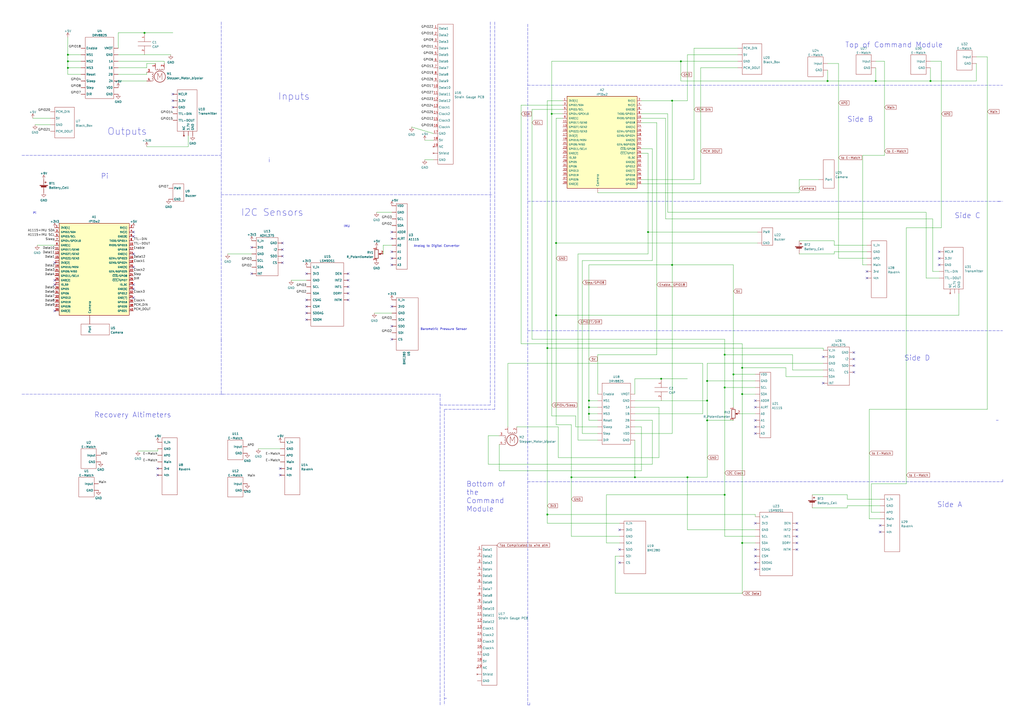
<source format=kicad_sch>
(kicad_sch (version 20211123) (generator eeschema)
  (paper "A2")
  (title_block (title "Xenia 1 Rocket Schematic"))
  (junction (at 39.37 39.37))
  (junction (at 811.53 210.82))
  (junction (at 430.53 314.96))
  (junction (at 410.21 220.98))
  (junction (at 341.63 240.03))
  (junction (at 815.34 149.86))
  (junction (at 808.99 147.32))
  (junction (at 885.19 339.09))
  (junction (at 889 293.37))
  (junction (at 430.53 228.6))
  (junction (at 808.99 129.54))
  (junction (at 320.04 66.04))
  (junction (at 985.52 273.05))
  (junction (at 322.58 182.88))
  (junction (at 956.31 298.45))
  (junction (at 331.47 276.86))
  (junction (at 820.42 316.23))
  (junction (at 375.92 134.62))
  (junction (at 420.37 224.79))
  (junction (at 317.5 201.93))
  (junction (at 820.42 320.04))
  (junction (at 420.37 287.02))
  (junction (at 389.89 58.42))
  (junction (at 811.53 132.08))
  (junction (at 815.34 124.46))
  (junction (at 811.53 243.84))
  (junction (at 820.42 323.85))
  (junction (at 420.37 205.74))
  (junction (at 368.3 276.86))
  (junction (at 410.21 232.41))
  (junction (at 814.07 121.92))
  (junction (at 539.75 46.99))
  (junction (at 480.06 46.99))
  (junction (at 939.8 312.42))
  (junction (at 1184.91 273.05))
  (junction (at 341.63 232.41))
  (junction (at 889 312.42))
  (junction (at 410.21 243.84))
  (junction (at 322.58 140.97))
  (junction (at 508 46.99))
  (junction (at 899.16 132.08))
  (junction (at 811.53 273.05))
  (junction (at 317.5 298.45))
  (junction (at 1192.53 132.08))
  (junction (at 430.53 213.36))
  (junction (at 394.97 35.56))
  (junction (at 811.53 157.48))
  (junction (at 889 179.07))
  (junction (at 913.13 297.18))
  (junction (at 39.37 31.75))
  (junction (at 952.5 300.99))
  (junction (at 885.19 297.18))
  (junction (at 39.37 35.56))
  (junction (at 814.07 152.4))
  (junction (at 383.54 219.71))
  (junction (at 389.89 153.67))
  (junction (at 425.45 217.17))
  (junction (at 398.78 276.86))
  (junction (at 878.84 237.49))
  (junction (at 83.82 19.05))
  (junction (at 341.63 236.22))
  (no_connect (at 438.15 251.46))
  (no_connect (at 438.15 247.65))
  (no_connect (at 438.15 243.84))
  (no_connect (at 438.15 232.41))
  (no_connect (at 438.15 303.53))
  (no_connect (at 438.15 318.77))
  (no_connect (at 359.41 307.34))
  (no_connect (at 359.41 326.39))
  (no_connect (at 359.41 318.77))
  (no_connect (at 438.15 236.22))
  (no_connect (at 438.15 322.58))
  (no_connect (at 438.15 326.39))
  (no_connect (at 438.15 330.2))
  (no_connect (at 462.28 303.53))
  (no_connect (at 462.28 307.34))
  (no_connect (at 462.28 311.15))
  (no_connect (at 462.28 314.96))
  (no_connect (at 462.28 318.77))
  (no_connect (at 510.54 304.8))
  (no_connect (at 510.54 308.61))
  (no_connect (at 544.83 146.05))
  (no_connect (at 544.83 149.86))
  (no_connect (at 544.83 153.67))
  (no_connect (at 495.3 204.47))
  (no_connect (at 177.8 173.99))
  (no_connect (at 177.8 177.8))
  (no_connect (at 177.8 185.42))
  (no_connect (at 177.8 181.61))
  (no_connect (at 177.8 158.75))
  (no_connect (at 201.93 158.75))
  (no_connect (at 201.93 162.56))
  (no_connect (at 201.93 166.37))
  (no_connect (at 201.93 170.18))
  (no_connect (at 201.93 173.99))
  (no_connect (at 1005.84 330.2))
  (no_connect (at 1005.84 337.82))
  (no_connect (at 816.61 95.25))
  (no_connect (at 816.61 110.49))
  (no_connect (at 908.05 111.76))
  (no_connect (at 908.05 123.19))
  (no_connect (at 908.05 119.38))
  (no_connect (at 908.05 115.57))
  (no_connect (at 908.05 96.52))
  (no_connect (at 932.18 96.52))
  (no_connect (at 932.18 107.95))
  (no_connect (at 932.18 111.76))
  (no_connect (at 932.18 100.33))
  (no_connect (at 932.18 104.14))
  (no_connect (at 146.05 158.75))
  (no_connect (at 146.05 143.51))
  (no_connect (at 77.47 147.32))
  (no_connect (at 77.47 154.94))
  (no_connect (at 227.33 134.62))
  (no_connect (at 227.33 138.43))
  (no_connect (at 77.47 134.62))
  (no_connect (at 77.47 137.16))
  (no_connect (at 502.92 157.48))
  (no_connect (at 502.92 161.29))
  (no_connect (at 873.76 187.96))
  (no_connect (at 100.33 62.23))
  (no_connect (at 100.33 58.42))
  (no_connect (at 100.33 54.61))
  (no_connect (at 162.56 275.59))
  (no_connect (at 162.56 271.78))
  (no_connect (at 91.44 271.78))
  (no_connect (at 91.44 275.59))
  (no_connect (at 495.3 215.9))
  (no_connect (at 477.52 222.25))
  (no_connect (at 477.52 207.01))
  (no_connect (at 163.83 140.97))
  (no_connect (at 163.83 144.78))
  (no_connect (at 163.83 148.59))
  (no_connect (at 163.83 152.4))
  (no_connect (at 495.3 208.28))
  (no_connect (at 495.3 212.09))
  (no_connect (at 873.76 152.4))
  (no_connect (at 873.76 149.86))
  (no_connect (at 828.04 177.8))
  (no_connect (at 873.76 180.34))
  (no_connect (at 873.76 170.18))
  (no_connect (at 828.04 180.34))
  (no_connect (at 873.76 182.88))
  (no_connect (at 828.04 195.58))
  (no_connect (at 828.04 167.64))
  (no_connect (at 873.76 162.56))
  (no_connect (at 227.33 146.05))
  (no_connect (at 227.33 149.86))
  (no_connect (at 227.33 153.67))
  (no_connect (at 227.33 189.23))
  (no_connect (at 227.33 196.85))
  (no_connect (at 227.33 177.8))
  (no_connect (at 960.12 331.47))
  (no_connect (at 960.12 327.66))
  (no_connect (at 974.09 241.3))
  (no_connect (at 974.09 245.11))
  (no_connect (at 974.09 248.92))
  (no_connect (at 1032.51 114.3))
  (no_connect (at 1032.51 118.11))
  (no_connect (at 960.12 339.09))
  (no_connect (at 1040.13 250.19))
  (no_connect (at 1040.13 254))
  (no_connect (at 960.12 342.9))
  (no_connect (at 1005.84 318.77))
  (no_connect (at 960.12 346.71))
  (no_connect (at 834.39 104.14))
  (no_connect (at 834.39 100.33))
  (no_connect (at 834.39 96.52))
  (no_connect (at 834.39 92.71))
  (no_connect (at 77.47 165.1))
  (no_connect (at 77.47 167.64))
  (no_connect (at 77.47 172.72))
  (no_connect (at 31.75 165.1))
  (no_connect (at 31.75 152.4))
  (no_connect (at 31.75 180.34))
  (no_connect (at 31.75 162.56))
  (wire (pts (xy 849.63 331.47) (xy 852.17 331.47)))
  (polyline (pts (xy 255.27 228.6) (xy 255.27 234.95)))
  (wire (pts (xy 1182.37 299.72) (xy 1182.37 276.86)))
  (wire (pts (xy 1193.8 186.69) (xy 915.67 186.69)))
  (wire (pts (xy 939.8 312.42) (xy 960.12 312.42)))
  (wire (pts (xy 39.37 35.56) (xy 46.99 35.56)))
  (wire (pts (xy 410.21 210.82) (xy 410.21 220.98)))
  (wire (pts (xy 283.21 269.24) (xy 378.46 269.24)))
  (wire (pts (xy 341.63 236.22) (xy 341.63 232.41)))
  (wire (pts (xy 1032.51 96.52) (xy 1032.51 99.06)))
  (wire (pts (xy 322.58 182.88) (xy 322.58 246.38)))
  (wire (pts (xy 483.87 139.7) (xy 483.87 142.24)))
  (wire (pts (xy 885.19 297.18) (xy 811.53 297.18)))
  (wire (pts (xy 383.54 219.71) (xy 398.78 219.71)))
  (wire (pts (xy 1184.91 257.81) (xy 1193.8 257.81)))
  (wire (pts (xy 222.25 142.24) (xy 222.25 147.32)))
  (wire (pts (xy 1198.88 140.97) (xy 1158.24 140.97)))
  (polyline (pts (xy 156.21 93.98) (xy 156.21 91.44)))
  (wire (pts (xy 109.22 78.74) (xy 109.22 85.09)))
  (wire (pts (xy 95.25 35.56) (xy 95.25 36.83)))
  (wire (pts (xy 1005.84 295.91) (xy 808.99 295.91)))
  (wire (pts (xy 378.46 243.84) (xy 368.3 243.84)))
  (wire (pts (xy 525.78 132.08) (xy 525.78 280.67)))
  (wire (pts (xy 508 46.99) (xy 539.75 46.99)))
  (wire (pts (xy 1038.86 234.95) (xy 1038.86 231.14)))
  (wire (pts (xy 375.92 134.62) (xy 439.42 134.62)))
  (wire (pts (xy 308.61 63.5) (xy 326.39 63.5)))
  (wire (pts (xy 372.11 71.12) (xy 381 71.12)))
  (wire (pts (xy 1196.34 133.35) (xy 1196.34 116.84)))
  (wire (pts (xy 39.37 31.75) (xy 46.99 31.75)))
  (wire (pts (xy 398.78 307.34) (xy 398.78 276.86)))
  (wire (pts (xy 857.25 323.85) (xy 857.25 358.14)))
  (wire (pts (xy 168.91 162.56) (xy 177.8 162.56)))
  (wire (pts (xy 849.63 327.66) (xy 854.71 327.66)))
  (wire (pts (xy 351.79 314.96) (xy 351.79 287.02)))
  (wire (pts (xy 1026.16 133.35) (xy 1196.34 133.35)))
  (wire (pts (xy 438.15 298.45) (xy 438.15 299.72)))
  (wire (pts (xy 294.64 210.82) (xy 407.67 210.82)))
  (wire (pts (xy 1038.86 231.14) (xy 1019.81 231.14)))
  (polyline (pts (xy 284.48 12.7) (xy 284.48 234.95)))
  (wire (pts (xy 480.06 36.83) (xy 486.41 36.83)))
  (wire (pts (xy 410.21 232.41) (xy 410.21 243.84)))
  (wire (pts (xy 341.63 240.03) (xy 346.71 240.03)))
  (wire (pts (xy 1032.51 106.68) (xy 1026.16 106.68)))
  (wire (pts (xy 322.58 140.97) (xy 322.58 182.88)))
  (wire (pts (xy 386.08 68.58) (xy 386.08 127)))
  (wire (pts (xy 302.26 199.39) (xy 302.26 60.96)))
  (wire (pts (xy 222.25 142.24) (xy 227.33 142.24)))
  (wire (pts (xy 410.21 243.84) (xy 410.21 276.86)))
  (wire (pts (xy 39.37 31.75) (xy 39.37 35.56)))
  (wire (pts (xy 883.92 160.02) (xy 883.92 290.83)))
  (polyline (pts (xy 731.52 219.71) (xy 1140.46 219.71)))
  (wire (pts (xy 1162.05 182.88) (xy 1193.8 182.88)))
  (wire (pts (xy 849.63 316.23) (xy 862.33 316.23)))
  (wire (pts (xy 1192.53 132.08) (xy 1192.53 137.16)))
  (wire (pts (xy 322.58 246.38) (xy 331.47 246.38)))
  (wire (pts (xy 491.49 294.64) (xy 471.17 294.64)))
  (wire (pts (xy 346.71 255.27) (xy 335.28 255.27)))
  (wire (pts (xy 541.02 127) (xy 541.02 157.48)))
  (wire (pts (xy 294.64 247.65) (xy 294.64 210.82)))
  (wire (pts (xy 982.98 266.7) (xy 1007.11 266.7)))
  (wire (pts (xy 1158.24 140.97) (xy 1158.24 134.62)))
  (wire (pts (xy 341.63 153.67) (xy 389.89 153.67)))
  (wire (pts (xy 420.37 196.85) (xy 420.37 205.74)))
  (wire (pts (xy 427.99 35.56) (xy 394.97 35.56)))
  (wire (pts (xy 326.39 58.42) (xy 317.5 58.42)))
  (wire (pts (xy 85.09 85.09) (xy 109.22 85.09)))
  (wire (pts (xy 407.67 240.03) (xy 368.3 240.03)))
  (wire (pts (xy 368.3 219.71) (xy 368.3 228.6)))
  (wire (pts (xy 334.01 247.65) (xy 346.71 247.65)))
  (wire (pts (xy 878.84 347.98) (xy 828.04 347.98)))
  (wire (pts (xy 491.49 287.02) (xy 491.49 289.56)))
  (wire (pts (xy 39.37 43.18) (xy 46.99 43.18)))
  (wire (pts (xy 68.58 46.99) (xy 85.09 46.99)))
  (wire (pts (xy 1036.32 246.38) (xy 1040.13 246.38)))
  (wire (pts (xy 828.04 331.47) (xy 822.96 331.47)))
  (wire (pts (xy 857.25 323.85) (xy 849.63 323.85)))
  (wire (pts (xy 889 121.92) (xy 889 104.14)))
  (wire (pts (xy 1182.37 276.86) (xy 1036.32 276.86)))
  (wire (pts (xy 375.92 134.62) (xy 375.92 88.9)))
  (polyline (pts (xy 128.27 196.85) (xy 128.27 228.6)))
  (wire (pts (xy 873.76 175.26) (xy 881.38 175.26)))
  (wire (pts (xy 820.42 323.85) (xy 828.04 323.85)))
  (polyline (pts (xy 579.12 116.84) (xy 581.66 116.84)))
  (wire (pts (xy 985.52 265.43) (xy 985.52 273.05)))
  (wire (pts (xy 346.71 251.46) (xy 337.82 251.46)))
  (wire (pts (xy 1158.24 134.62) (xy 1029.97 134.62)))
  (wire (pts (xy 811.53 210.82) (xy 1162.05 210.82)))
  (wire (pts (xy 854.71 312.42) (xy 854.71 303.53)))
  (wire (pts (xy 356.87 344.17) (xy 356.87 322.58)))
  (wire (pts (xy 246.38 81.28) (xy 251.46 81.28)))
  (wire (pts (xy 483.87 146.05) (xy 483.87 147.32)))
  (wire (pts (xy 1192.53 113.03) (xy 1197.61 113.03)))
  (wire (pts (xy 873.76 157.48) (xy 891.54 157.48)))
  (wire (pts (xy 541.02 157.48) (xy 544.83 157.48)))
  (wire (pts (xy 39.37 39.37) (xy 46.99 39.37)))
  (wire (pts (xy 816.61 106.68) (xy 815.34 106.68)))
  (wire (pts (xy 99.06 31.75) (xy 68.58 31.75)))
  (wire (pts (xy 1005.84 314.96) (xy 1005.84 295.91)))
  (wire (pts (xy 341.63 243.84) (xy 341.63 240.03)))
  (polyline (pts (xy 306.07 191.77) (xy 581.66 191.77)))
  (wire (pts (xy 378.46 269.24) (xy 378.46 243.84)))
  (wire (pts (xy 407.67 210.82) (xy 407.67 240.03)))
  (wire (pts (xy 894.08 129.54) (xy 894.08 92.71)))
  (wire (pts (xy 873.76 160.02) (xy 883.92 160.02)))
  (wire (pts (xy 420.37 287.02) (xy 420.37 311.15)))
  (wire (pts (xy 811.53 273.05) (xy 985.52 273.05)))
  (wire (pts (xy 382.27 236.22) (xy 368.3 236.22)))
  (wire (pts (xy 410.21 220.98) (xy 410.21 232.41)))
  (wire (pts (xy 80.01 261.62) (xy 91.44 261.62)))
  (wire (pts (xy 341.63 236.22) (xy 341.63 240.03)))
  (wire (pts (xy 68.58 27.94) (xy 68.58 19.05)))
  (wire (pts (xy 438.15 220.98) (xy 410.21 220.98)))
  (polyline (pts (xy 255.27 408.94) (xy 255.27 234.95)))
  (wire (pts (xy 811.53 132.08) (xy 811.53 99.06)))
  (wire (pts (xy 1032.51 267.97) (xy 1193.8 267.97)))
  (polyline (pts (xy 255.27 234.95) (xy 284.48 234.95)))
  (wire (pts (xy 430.53 344.17) (xy 356.87 344.17)))
  (wire (pts (xy 500.38 153.67) (xy 500.38 90.17)))
  (wire (pts (xy 438.15 307.34) (xy 398.78 307.34)))
  (wire (pts (xy 828.04 335.28) (xy 825.5 335.28)))
  (wire (pts (xy 372.11 66.04) (xy 387.35 66.04)))
  (wire (pts (xy 289.56 273.05) (xy 372.11 273.05)))
  (wire (pts (xy 398.78 276.86) (xy 410.21 276.86)))
  (wire (pts (xy 1036.32 276.86) (xy 1036.32 246.38)))
  (wire (pts (xy 85.09 36.83) (xy 85.09 39.37)))
  (wire (pts (xy 302.26 60.96) (xy 326.39 60.96)))
  (wire (pts (xy 331.47 276.86) (xy 368.3 276.86)))
  (polyline (pts (xy 1140.46 135.89) (xy 1140.46 133.35)))
  (wire (pts (xy 317.5 303.53) (xy 359.41 303.53)))
  (wire (pts (xy 39.37 21.59) (xy 39.37 31.75)))
  (polyline (pts (xy 287.02 12.7) (xy 287.02 237.49)))
  (wire (pts (xy 811.53 132.08) (xy 899.16 132.08)))
  (wire (pts (xy 132.08 147.32) (xy 146.05 147.32)))
  (wire (pts (xy 322.58 68.58) (xy 322.58 140.97)))
  (polyline (pts (xy 306.07 408.94) (xy 307.34 408.94)))
  (wire (pts (xy 331.47 276.86) (xy 331.47 311.15)))
  (wire (pts (xy 429.26 240.03) (xy 438.15 240.03)))
  (wire (pts (xy 406.4 39.37) (xy 406.4 106.68)))
  (wire (pts (xy 372.11 247.65) (xy 368.3 247.65)))
  (wire (pts (xy 375.92 88.9) (xy 372.11 88.9)))
  (wire (pts (xy 854.71 303.53) (xy 862.33 303.53)))
  (wire (pts (xy 1040.13 242.57) (xy 1032.51 242.57)))
  (wire (pts (xy 815.34 300.99) (xy 815.34 149.86)))
  (wire (pts (xy 218.44 123.19) (xy 227.33 123.19)))
  (wire (pts (xy 849.63 312.42) (xy 854.71 312.42)))
  (wire (pts (xy 537.21 123.19) (xy 537.21 161.29)))
  (wire (pts (xy 351.79 287.02) (xy 420.37 287.02)))
  (wire (pts (xy 1192.53 132.08) (xy 1192.53 113.03)))
  (wire (pts (xy 368.3 255.27) (xy 368.3 276.86)))
  (wire (pts (xy 814.07 102.87) (xy 814.07 121.92)))
  (wire (pts (xy 650.24 361.95) (xy 859.79 361.95)))
  (wire (pts (xy 915.67 195.58) (xy 873.76 195.58)))
  (polyline (pts (xy 306.07 49.53) (xy 581.66 49.53)))
  (wire (pts (xy 539.75 46.99) (xy 566.42 46.99)))
  (wire (pts (xy 356.87 322.58) (xy 359.41 322.58)))
  (wire (pts (xy 406.4 106.68) (xy 372.11 106.68)))
  (wire (pts (xy 878.84 237.49) (xy 878.84 347.98)))
  (wire (pts (xy 952.5 300.99) (xy 952.5 323.85)))
  (polyline (pts (xy 581.66 278.13) (xy 581.66 279.4)))
  (wire (pts (xy 889 293.37) (xy 889 179.07)))
  (wire (pts (xy 382.27 265.43) (xy 382.27 236.22)))
  (wire (pts (xy 322.58 140.97) (xy 439.42 140.97)))
  (wire (pts (xy 1032.51 242.57) (xy 1032.51 267.97)))
  (wire (pts (xy 1019.81 238.76) (xy 1040.13 238.76)))
  (wire (pts (xy 480.06 46.99) (xy 508 46.99)))
  (wire (pts (xy 491.49 293.37) (xy 491.49 294.64)))
  (wire (pts (xy 420.37 205.74) (xy 420.37 224.79)))
  (wire (pts (xy 849.63 335.28) (xy 889 335.28)))
  (wire (pts (xy 455.93 218.44) (xy 455.93 213.36)))
  (wire (pts (xy 878.84 177.8) (xy 878.84 237.49)))
  (wire (pts (xy 1040.13 234.95) (xy 1038.86 234.95)))
  (wire (pts (xy 477.52 210.82) (xy 410.21 210.82)))
  (wire (pts (xy 913.13 297.18) (xy 885.19 297.18)))
  (wire (pts (xy 149.86 260.35) (xy 162.56 260.35)))
  (wire (pts (xy 283.21 252.73) (xy 283.21 269.24)))
  (wire (pts (xy 652.78 358.14) (xy 857.25 358.14)))
  (wire (pts (xy 326.39 68.58) (xy 322.58 68.58)))
  (wire (pts (xy 430.53 228.6) (xy 438.15 228.6)))
  (wire (pts (xy 477.52 218.44) (xy 455.93 218.44)))
  (wire (pts (xy 500.38 90.17) (xy 513.08 90.17)))
  (wire (pts (xy 504.19 300.99) (xy 504.19 237.49)))
  (wire (pts (xy 430.53 199.39) (xy 302.26 199.39)))
  (wire (pts (xy 402.59 104.14) (xy 372.11 104.14)))
  (wire (pts (xy 381 71.12) (xy 381 205.74)))
  (wire (pts (xy 814.07 121.92) (xy 814.07 152.4)))
  (wire (pts (xy 659.13 350.52) (xy 852.17 350.52)))
  (wire (pts (xy 504.19 237.49) (xy 572.77 237.49)))
  (wire (pts (xy 889 312.42) (xy 889 293.37)))
  (wire (pts (xy 430.53 314.96) (xy 430.53 344.17)))
  (wire (pts (xy 873.76 177.8) (xy 878.84 177.8)))
  (wire (pts (xy 816.61 102.87) (xy 814.07 102.87)))
  (wire (pts (xy 889 335.28) (xy 889 312.42)))
  (wire (pts (xy 68.58 19.05) (xy 83.82 19.05)))
  (wire (pts (xy 420.37 196.85) (xy 308.61 196.85)))
  (polyline (pts (xy 306.07 116.84) (xy 580.39 116.84)))
  (wire (pts (xy 873.76 193.04) (xy 1158.24 193.04)))
  (wire (pts (xy 889 312.42) (xy 939.8 312.42)))
  (wire (pts (xy 980.44 298.45) (xy 980.44 326.39)))
  (wire (pts (xy 825.5 335.28) (xy 825.5 344.17)))
  (wire (pts (xy 820.42 316.23) (xy 828.04 316.23)))
  (wire (pts (xy 346.71 232.41) (xy 341.63 232.41)))
  (wire (pts (xy 90.17 36.83) (xy 85.09 36.83)))
  (wire (pts (xy 217.17 181.61) (xy 227.33 181.61)))
  (polyline (pts (xy 160.02 113.03) (xy 285.75 113.03)))
  (wire (pts (xy 537.21 161.29) (xy 544.83 161.29)))
  (polyline (pts (xy 306.07 279.4) (xy 581.66 279.4)))
  (wire (pts (xy 463.55 104.14) (xy 474.98 104.14)))
  (wire (pts (xy 308.61 196.85) (xy 308.61 63.5)))
  (wire (pts (xy 372.11 68.58) (xy 386.08 68.58)))
  (wire (pts (xy 334.01 241.3) (xy 334.01 247.65)))
  (wire (pts (xy 621.03 182.88) (xy 655.32 182.88)))
  (wire (pts (xy 854.71 327.66) (xy 854.71 354.33)))
  (wire (pts (xy 982.98 265.43) (xy 982.98 266.7)))
  (wire (pts (xy 655.32 182.88) (xy 655.32 354.33)))
  (wire (pts (xy 1158.24 193.04) (xy 1158.24 175.26)))
  (wire (pts (xy 1005.84 334.01) (xy 975.36 334.01)))
  (wire (pts (xy 808.99 91.44) (xy 816.61 91.44)))
  (polyline (pts (xy 1140.46 73.66) (xy 1140.46 378.46)))
  (wire (pts (xy 389.89 58.42) (xy 372.11 58.42)))
  (wire (pts (xy 952.5 300.99) (xy 815.34 300.99)))
  (wire (pts (xy 477.52 201.93) (xy 477.52 203.2)))
  (wire (pts (xy 975.36 300.99) (xy 952.5 300.99)))
  (wire (pts (xy 828.04 290.83) (xy 828.04 312.42)))
  (wire (pts (xy 650.24 199.39) (xy 650.24 361.95)))
  (wire (pts (xy 438.15 314.96) (xy 430.53 314.96)))
  (wire (pts (xy 320.04 66.04) (xy 320.04 241.3)))
  (wire (pts (xy 822.96 154.94) (xy 828.04 154.94)))
  (wire (pts (xy 91.44 261.62) (xy 91.44 260.35)))
  (wire (pts (xy 889 179.07) (xy 1193.8 179.07)))
  (wire (pts (xy 322.58 182.88) (xy 556.26 182.88)))
  (wire (pts (xy 814.07 121.92) (xy 889 121.92)))
  (wire (pts (xy 881.38 175.26) (xy 881.38 344.17)))
  (wire (pts (xy 621.03 189.23) (xy 621.03 182.88)))
  (wire (pts (xy 427.99 39.37) (xy 406.4 39.37)))
  (wire (pts (xy 317.5 298.45) (xy 317.5 303.53)))
  (wire (pts (xy 378.46 86.36) (xy 372.11 86.36)))
  (wire (pts (xy 486.41 36.83) (xy 486.41 149.86)))
  (wire (pts (xy 956.31 298.45) (xy 814.07 298.45)))
  (wire (pts (xy 572.77 237.49) (xy 572.77 33.02)))
  (wire (pts (xy 1032.51 102.87) (xy 1027.43 102.87)))
  (wire (pts (xy 346.71 111.76) (xy 463.55 111.76)))
  (wire (pts (xy 455.93 213.36) (xy 430.53 213.36)))
  (wire (pts (xy 885.19 297.18) (xy 885.19 339.09)))
  (wire (pts (xy 659.13 189.23) (xy 659.13 350.52)))
  (wire (pts (xy 375.92 147.32) (xy 375.92 134.62)))
  (polyline (pts (xy 128.27 12.7) (xy 128.27 198.12)))
  (wire (pts (xy 20.32 72.39) (xy 29.21 72.39)))
  (wire (pts (xy 980.44 298.45) (xy 956.31 298.45)))
  (wire (pts (xy 331.47 246.38) (xy 331.47 276.86)))
  (wire (pts (xy 510.54 300.99) (xy 504.19 300.99)))
  (wire (pts (xy 808.99 295.91) (xy 808.99 147.32)))
  (wire (pts (xy 1193.8 267.97) (xy 1193.8 261.62)))
  (wire (pts (xy 246.38 92.71) (xy 251.46 92.71)))
  (wire (pts (xy 980.44 326.39) (xy 1005.84 326.39)))
  (polyline (pts (xy 128.27 113.03) (xy 160.02 113.03)))
  (wire (pts (xy 1029.97 134.62) (xy 1029.97 110.49)))
  (wire (pts (xy 463.55 139.7) (xy 483.87 139.7)))
  (wire (pts (xy 894.08 92.71) (xy 908.05 92.71)))
  (wire (pts (xy 1007.11 266.7) (xy 1007.11 265.43)))
  (wire (pts (xy 317.5 201.93) (xy 477.52 201.93)))
  (wire (pts (xy 420.37 311.15) (xy 438.15 311.15)))
  (wire (pts (xy 398.78 58.42) (xy 389.89 58.42)))
  (wire (pts (xy 815.34 149.86) (xy 828.04 149.86)))
  (wire (pts (xy 956.31 298.45) (xy 956.31 320.04)))
  (wire (pts (xy 486.41 149.86) (xy 502.92 149.86)))
  (wire (pts (xy 539.75 39.37) (xy 539.75 46.99)))
  (wire (pts (xy 394.97 35.56) (xy 320.04 35.56)))
  (wire (pts (xy 852.17 331.47) (xy 852.17 350.52)))
  (wire (pts (xy 1027.43 104.14) (xy 1010.92 104.14)))
  (wire (pts (xy 960.12 320.04) (xy 956.31 320.04)))
  (wire (pts (xy 1192.53 137.16) (xy 1198.88 137.16)))
  (wire (pts (xy 811.53 243.84) (xy 894.08 243.84)))
  (wire (pts (xy 389.89 153.67) (xy 389.89 251.46)))
  (wire (pts (xy 323.85 265.43) (xy 382.27 265.43)))
  (wire (pts (xy 368.3 276.86) (xy 398.78 276.86)))
  (wire (pts (xy 68.58 35.56) (xy 95.25 35.56)))
  (wire (pts (xy 1184.91 295.91) (xy 1193.8 295.91)))
  (wire (pts (xy 859.79 361.95) (xy 859.79 320.04)))
  (wire (pts (xy 915.67 186.69) (xy 915.67 195.58)))
  (wire (pts (xy 652.78 194.31) (xy 652.78 358.14)))
  (wire (pts (xy 539.75 35.56) (xy 546.1 35.56)))
  (wire (pts (xy 238.76 73.66) (xy 251.46 77.47)))
  (polyline (pts (xy 732.79 135.89) (xy 1140.46 135.89)))
  (wire (pts (xy 878.84 237.49) (xy 894.08 237.49)))
  (wire (pts (xy 556.26 170.18) (xy 556.26 182.88)))
  (wire (pts (xy 883.92 290.83) (xy 828.04 290.83)))
  (wire (pts (xy 505.46 280.67) (xy 505.46 297.18)))
  (wire (pts (xy 572.77 33.02) (xy 566.42 33.02)))
  (wire (pts (xy 828.04 157.48) (xy 811.53 157.48)))
  (wire (pts (xy 889 104.14) (xy 908.05 104.14)))
  (wire (pts (xy 430.53 213.36) (xy 430.53 199.39)))
  (wire (pts (xy 808.99 129.54) (xy 894.08 129.54)))
  (wire (pts (xy 513.08 90.17) (xy 513.08 35.56)))
  (wire (pts (xy 814.07 152.4) (xy 828.04 152.4)))
  (polyline (pts (xy 307.34 407.67) (xy 307.34 408.94)))
  (wire (pts (xy 811.53 210.82) (xy 811.53 243.84)))
  (wire (pts (xy 886.46 252.73) (xy 974.09 252.73)))
  (wire (pts (xy 502.92 153.67) (xy 500.38 153.67)))
  (wire (pts (xy 989.33 297.18) (xy 913.13 297.18)))
  (polyline (pts (xy 731.52 73.66) (xy 731.52 378.46)))
  (wire (pts (xy 828.04 347.98) (xy 828.04 339.09)))
  (wire (pts (xy 39.37 35.56) (xy 39.37 39.37)))
  (wire (pts (xy 317.5 201.93) (xy 317.5 298.45)))
  (wire (pts (xy 508 39.37) (xy 508 46.99)))
  (wire (pts (xy 1162.05 210.82) (xy 1162.05 182.88)))
  (wire (pts (xy 317.5 298.45) (xy 438.15 298.45)))
  (wire (pts (xy 820.42 323.85) (xy 820.42 327.66)))
  (wire (pts (xy 899.16 100.33) (xy 908.05 100.33)))
  (wire (pts (xy 289.56 252.73) (xy 283.21 252.73)))
  (wire (pts (xy 386.08 127) (xy 541.02 127)))
  (wire (pts (xy 21.59 142.24) (xy 31.75 142.24)))
  (wire (pts (xy 974.09 256.54) (xy 891.54 256.54)))
  (wire (pts (xy 989.33 322.58) (xy 989.33 297.18)))
  (wire (pts (xy 814.07 298.45) (xy 814.07 152.4)))
  (wire (pts (xy 1010.92 96.52) (xy 1032.51 96.52)))
  (wire (pts (xy 1026.16 106.68) (xy 1026.16 133.35)))
  (wire (pts (xy 430.53 314.96) (xy 430.53 228.6)))
  (wire (pts (xy 960.12 323.85) (xy 952.5 323.85)))
  (wire (pts (xy 425.45 217.17) (xy 438.15 217.17)))
  (wire (pts (xy 337.82 251.46) (xy 337.82 151.13)))
  (wire (pts (xy 19.05 68.58) (xy 29.21 68.58)))
  (wire (pts (xy 480.06 40.64) (xy 480.06 46.99)))
  (wire (pts (xy 859.79 320.04) (xy 849.63 320.04)))
  (wire (pts (xy 975.36 300.99) (xy 975.36 334.01)))
  (wire (pts (xy 1184.91 273.05) (xy 1184.91 295.91)))
  (wire (pts (xy 1196.34 116.84) (xy 1197.61 116.84)))
  (wire (pts (xy 505.46 297.18) (xy 510.54 297.18)))
  (wire (pts (xy 631.19 199.39) (xy 650.24 199.39)))
  (wire (pts (xy 891.54 157.48) (xy 891.54 256.54)))
  (wire (pts (xy 320.04 241.3) (xy 334.01 241.3)))
  (wire (pts (xy 873.76 147.32) (xy 889 147.32)))
  (wire (pts (xy 939.8 339.09) (xy 885.19 339.09)))
  (wire (pts (xy 483.87 147.32) (xy 463.55 147.32)))
  (wire (pts (xy 389.89 58.42) (xy 389.89 153.67)))
  (wire (pts (xy 477.52 214.63) (xy 459.74 214.63)))
  (wire (pts (xy 1184.91 273.05) (xy 1184.91 257.81)))
  (wire (pts (xy 491.49 289.56) (xy 510.54 289.56)))
  (wire (pts (xy 299.72 247.65) (xy 323.85 247.65)))
  (wire (pts (xy 546.1 132.08) (xy 525.78 132.08)))
  (wire (pts (xy 815.34 106.68) (xy 815.34 124.46)))
  (wire (pts (xy 317.5 58.42) (xy 317.5 201.93)))
  (wire (pts (xy 904.24 107.95) (xy 904.24 124.46)))
  (polyline (pts (xy 257.81 405.13) (xy 259.08 405.13)))
  (wire (pts (xy 825.5 344.17) (xy 881.38 344.17)))
  (wire (pts (xy 828.04 147.32) (xy 808.99 147.32)))
  (wire (pts (xy 815.34 124.46) (xy 815.34 149.86)))
  (wire (pts (xy 985.52 273.05) (xy 1184.91 273.05)))
  (wire (pts (xy 908.05 107.95) (xy 904.24 107.95)))
  (wire (pts (xy 820.42 320.04) (xy 820.42 323.85)))
  (wire (pts (xy 889 293.37) (xy 820.42 293.37)))
  (wire (pts (xy 381 205.74) (xy 346.71 205.74)))
  (wire (pts (xy 471.17 287.02) (xy 491.49 287.02)))
  (wire (pts (xy 811.53 157.48) (xy 811.53 132.08)))
  (wire (pts (xy 427.99 31.75) (xy 398.78 31.75)))
  (wire (pts (xy 889 147.32) (xy 889 179.07)))
  (wire (pts (xy 943.61 335.28) (xy 960.12 335.28)))
  (wire (pts (xy 459.74 214.63) (xy 459.74 205.74)))
  (wire (pts (xy 335.28 147.32) (xy 375.92 147.32)))
  (wire (pts (xy 820.42 316.23) (xy 820.42 320.04)))
  (wire (pts (xy 289.56 257.81) (xy 289.56 273.05)))
  (wire (pts (xy 420.37 224.79) (xy 420.37 287.02)))
  (wire (pts (xy 368.3 251.46) (xy 389.89 251.46)))
  (wire (pts (xy 410.21 243.84) (xy 425.45 243.84)))
  (wire (pts (xy 359.41 314.96) (xy 351.79 314.96)))
  (wire (pts (xy 368.3 232.41) (xy 410.21 232.41)))
  (wire (pts (xy 320.04 35.56) (xy 320.04 66.04)))
  (wire (pts (xy 323.85 247.65) (xy 323.85 265.43)))
  (wire (pts (xy 626.11 189.23) (xy 659.13 189.23)))
  (polyline (pts (xy 306.07 13.97) (xy 306.07 408.94)))
  (wire (pts (xy 427.99 27.94) (xy 402.59 27.94)))
  (polyline (pts (xy 128.27 228.6) (xy 129.54 228.6)))
  (wire (pts (xy 372.11 273.05) (xy 372.11 247.65)))
  (wire (pts (xy 68.58 43.18) (xy 85.09 43.18)))
  (polyline (pts (xy 1140.46 219.71) (xy 1140.46 220.98)))
  (wire (pts (xy 387.35 66.04) (xy 387.35 123.19)))
  (wire (pts (xy 346.71 243.84) (xy 341.63 243.84)))
  (wire (pts (xy 811.53 99.06) (xy 816.61 99.06)))
  (wire (pts (xy 913.13 316.23) (xy 913.13 297.18)))
  (wire (pts (xy 335.28 255.27) (xy 335.28 147.32)))
  (wire (pts (xy 398.78 31.75) (xy 398.78 58.42)))
  (wire (pts (xy 510.54 293.37) (xy 491.49 293.37)))
  (polyline (pts (xy 731.52 288.29) (xy 1140.46 288.29)))
  (wire (pts (xy 463.55 111.76) (xy 463.55 104.14)))
  (wire (pts (xy 387.35 123.19) (xy 537.21 123.19)))
  (wire (pts (xy 899.16 132.08) (xy 1192.53 132.08)))
  (wire (pts (xy 39.37 39.37) (xy 39.37 43.18)))
  (wire (pts (xy 326.39 66.04) (xy 320.04 66.04)))
  (polyline (pts (xy 12.7 90.17) (xy 128.27 90.17)))
  (wire (pts (xy 513.08 35.56) (xy 508 35.56)))
  (wire (pts (xy 394.97 46.99) (xy 480.06 46.99)))
  (wire (pts (xy 939.8 312.42) (xy 939.8 331.47)))
  (wire (pts (xy 886.46 154.94) (xy 886.46 252.73)))
  (wire (pts (xy 808.99 129.54) (xy 808.99 91.44)))
  (wire (pts (xy 566.42 46.99) (xy 566.42 36.83)))
  (wire (pts (xy 1193.8 299.72) (xy 1182.37 299.72)))
  (wire (pts (xy 346.71 236.22) (xy 341.63 236.22)))
  (wire (pts (xy 854.71 354.33) (xy 655.32 354.33)))
  (wire (pts (xy 346.71 205.74) (xy 346.71 228.6)))
  (wire (pts (xy 960.12 316.23) (xy 913.13 316.23)))
  (wire (pts (xy 525.78 280.67) (xy 505.46 280.67)))
  (wire (pts (xy 425.45 236.22) (xy 425.45 217.17)))
  (polyline (pts (xy 287.02 237.49) (xy 257.81 237.49)))
  (wire (pts (xy 1029.97 110.49) (xy 1032.51 110.49)))
  (wire (pts (xy 1005.84 322.58) (xy 989.33 322.58)))
  (wire (pts (xy 68.58 39.37) (xy 85.09 39.37)))
  (wire (pts (xy 873.76 154.94) (xy 886.46 154.94)))
  (wire (pts (xy 1027.43 102.87) (xy 1027.43 104.14)))
  (wire (pts (xy 402.59 27.94) (xy 402.59 104.14)))
  (wire (pts (xy 459.74 205.74) (xy 420.37 205.74)))
  (wire (pts (xy 631.19 194.31) (xy 652.78 194.31)))
  (wire (pts (xy 820.42 320.04) (xy 828.04 320.04)))
  (polyline (pts (xy 12.7 228.6) (xy 255.27 228.6)))
  (wire (pts (xy 378.46 151.13) (xy 378.46 86.36)))
  (wire (pts (xy 546.1 35.56) (xy 546.1 132.08)))
  (polyline (pts (xy 257.81 237.49) (xy 257.81 408.94)))
  (wire (pts (xy 383.54 219.71) (xy 368.3 219.71)))
  (wire (pts (xy 1158.24 175.26) (xy 1193.8 175.26)))
  (wire (pts (xy 820.42 327.66) (xy 828.04 327.66)))
  (wire (pts (xy 83.82 19.05) (xy 100.33 19.05)))
  (wire (pts (xy 430.53 228.6) (xy 430.53 213.36)))
  (wire (pts (xy 811.53 273.05) (xy 811.53 297.18)))
  (wire (pts (xy 341.63 232.41) (xy 341.63 153.67)))
  (wire (pts (xy 808.99 147.32) (xy 808.99 129.54)))
  (wire (pts (xy 331.47 311.15) (xy 359.41 311.15)))
  (polyline (pts (xy 577.85 243.84) (xy 579.12 243.84)))
  (wire (pts (xy 85.09 43.18) (xy 85.09 41.91)))
  (wire (pts (xy 822.96 331.47) (xy 822.96 154.94)))
  (wire (pts (xy 811.53 157.48) (xy 811.53 210.82)))
  (wire (pts (xy 483.87 142.24) (xy 502.92 142.24)))
  (wire (pts (xy 820.42 293.37) (xy 820.42 316.23)))
  (wire (pts (xy 502.92 146.05) (xy 483.87 146.05)))
  (wire (pts (xy 849.63 339.09) (xy 885.19 339.09)))
  (wire (pts (xy 425.45 153.67) (xy 389.89 153.67)))
  (wire (pts (xy 438.15 224.79) (xy 420.37 224.79)))
  (wire (pts (xy 904.24 124.46) (xy 815.34 124.46)))
  (wire (pts (xy 811.53 243.84) (xy 811.53 273.05)))
  (wire (pts (xy 899.16 132.08) (xy 899.16 100.33)))
  (wire (pts (xy 394.97 35.56) (xy 394.97 46.99)))
  (wire (pts (xy 425.45 217.17) (xy 425.45 153.67)))
  (wire (pts (xy 337.82 151.13) (xy 378.46 151.13)))
  (text "Side B" (at 491.49 71.12 0) (effects (font (size 3 3)) (justify left bottom)))
  (text "IMU" (at 199.39 132.08 0) (effects (font (size 1.27 1.27)) (justify left bottom)))
  (text "Side C" (at 553.72 127 0) (effects (font (size 3 3)) (justify left bottom)))
  (text "Top of Command Module" (at 490.22 27.94 0) (effects (font (size 3 3)) (justify left bottom)))
  (text "Side A" (at 1112.52 86.36 0) (effects (font (size 2 2)) (justify left bottom)))
  (text "Side D" (at 524.51 209.55 0) (effects (font (size 3 3)) (justify left bottom)))
  (text "Top of Avionics Bay" (at 1167.13 83.82 0) (effects (font (size 2 2)) (justify left bottom)))
  (text "Side B" (at 1112.52 144.78 0) (effects (font (size 2 2)) (justify left bottom)))
  (text "Side A" (at 543.56 294.64 0) (effects (font (size 3 3)) (justify left bottom)))
  (text "Pi" (at 19.05 124.46 0) (effects (font (size 1.27 1.27)) (justify left bottom)))
  (text "Inputs" (at 161.29 58.42 0) (effects (font (size 4 4)) (justify left bottom)))
  (text "Side C" (at 1109.98 231.14 0) (effects (font (size 2 2)) (justify left bottom)))
  (text "Recovery Altimeters" (at 54.61 242.57 0) (effects (font (size 3 3)) (justify left bottom)))
  (text "Pi" (at 58.42 104.14 0) (effects (font (size 3 3)) (justify left bottom)))
  (text "I2C Sensors" (at 139.7 125.73 0) (effects (font (size 4 4)) (justify left bottom)))
  (text "Outputs" (at 62.23 78.74 0) (effects (font (size 4 4)) (justify left bottom)))
  (text "Bottom of \nthe\nCommand\nModule" (at 270.51 297.18 0) (effects (font (size 3 3)) (justify left bottom)))
  (text "Barometric Pressure Sensor" (at 243.84 191.77 0) (effects (font (size 1.27 1.27)) (justify left bottom)))
  (text "Side D" (at 1111.25 293.37 0) (effects (font (size 2 2)) (justify left bottom)))
  (text "Analog to Digital Convertor" (at 240.03 143.51 0) (effects (font (size 1.27 1.27)) (justify left bottom)))
  (text "Bottom of Avionics Bay" (at 645.16 102.87 0) (effects (font (size 2 2)) (justify left bottom)))
  (label "PCM_DOUT" (at 77.47 180.34 0))
  (label "DIR" (at 77.47 162.56 0))
  (label "GPIO13" (at 251.46 39.37 180))
  (label "TTL-DOUT" (at 77.47 142.24 0))
  (label "GPIO3" (at 227.33 127 180))
  (label "GPIO22" (at 251.46 16.51 180))
  (label "GPIO2" (at 227.33 193.04 180))
  (label "GPIO25" (at 251.46 66.04 180))
  (label "Data7" (at 31.75 172.72 180))
  (label "GPIO14" (at 100.33 66.04 180))
  (label "GPIO2" (at 177.8 170.18 180))
  (label "A1115+IMU SDA" (at 31.75 134.62 180))
  (label "Main" (at 57.15 280.67 0))
  (label "GPIO10" (at 251.46 20.32 180))
  (label "Step" (at 77.47 160.02 0))
  (label "GPIO2" (at 227.33 130.81 180))
  (label "Data9" (at 31.75 177.8 180))
  (label "GPIO9" (at 251.46 24.13 180))
  (label "GPIO7" (at 97.79 109.22 180))
  (label "APO" (at 143.51 259.08 0))
  (label "Data2" (at 31.75 154.94 180))
  (label "Clock3" (at 77.47 170.18 0))
  (label "Data6" (at 31.75 170.18 180))
  (label "PCM_DIN" (at 77.47 177.8 0))
  (label "GPIO21" (at 29.21 76.2 180))
  (label "GPIO3" (at 177.8 166.37 180))
  (label "APO" (at 58.42 264.16 0))
  (label "Data4" (at 31.75 160.02 180))
  (label "GPIO16" (at 251.46 73.66 180))
  (label "GPIO20" (at 29.21 64.77 180))
  (label "GPIO3" (at 227.33 185.42 180))
  (label "GPIO6" (at 251.46 35.56 180))
  (label "GPIO11" (at 251.46 27.94 180))
  (label "GPIO26" (at 251.46 46.99 180))
  (label "Data3" (at 31.75 157.48 180))
  (label "Sleep" (at 31.75 139.7 180))
  (label "Clock2" (at 77.47 157.48 0))
  (label "E-Match" (at 91.44 264.16 180))
  (label "Data1" (at 31.75 149.86 180))
  (label "GPIO12" (at 251.46 69.85 180))
  (label "Data10" (at 31.75 144.78 180))
  (label "GPIO23" (at 251.46 58.42 180))
  (label "GPIO18" (at 46.99 27.94 180))
  (label "GPIO24" (at 251.46 62.23 180))
  (label "E-Match" (at 162.56 267.97 180))
  (label "GPIO27" (at 251.46 54.61 180))
  (label "A1115+IMU SCL" (at 31.75 137.16 180))
  (label "GPIO3" (at 146.05 151.13 180))
  (label "GPIO8" (at 46.99 50.8 180))
  (label "Clock1" (at 77.47 152.4 0))
  (label "GPIO19" (at 251.46 43.18 180))
  (label "GPIO17" (at 251.46 50.8 180))
  (label "GPIO4" (at 46.99 46.99 180))
  (label "Data8" (at 31.75 175.26 180))
  (label "GPIO2" (at 146.05 154.94 180))
  (label "E-Match" (at 162.56 264.16 180))
  (label "TTL-DIN" (at 77.47 139.7 0))
  (label "Data11" (at 31.75 147.32 180))
  (label "Enable" (at 77.47 144.78 0))
  (label "Clock4" (at 77.47 175.26 0))
  (label "GPIO15" (at 100.33 69.85 180))
  (label "GPIO5" (at 251.46 31.75 180))
  (label "E-Match" (at 91.44 267.97 180))
  (label "GPIO7" (at 46.99 54.61 180))
  (label "Data12" (at 77.47 149.86 0))
  (label "Data5" (at 31.75 167.64 180))
  (label "Main" (at 143.51 276.86 0))
  (global_label "to E-Match" (shape input) (at 513.08 87.63 0) (property "Intersheet References" "${INTERSHEET_REFS}" (effects hide)))
  (global_label "SDA" (shape input) (at 302.26 66.04 0) (property "Intersheet References" "${INTERSHEET_REFS}" (effects hide)))
  (global_label "APO" (shape input) (at 1193.8 267.97 0) (property "Intersheet References" "${INTERSHEET_REFS}" (effects hide)))
  (global_label "GND" (shape input) (at 985.52 269.24 0) (property "Intersheet References" "${INTERSHEET_REFS}" (effects hide)))
  (global_label "Enable" (shape input) (at 883.92 162.56 0) (property "Intersheet References" "${INTERSHEET_REFS}" (effects hide)))
  (global_label "DIR" (shape input) (at 878.84 222.25 0) (property "Intersheet References" "${INTERSHEET_REFS}" (effects hide)))
  (global_label "5V" (shape input) (at 341.63 208.28 0) (property "Intersheet References" "${INTERSHEET_REFS}" (effects hide)))
  (global_label "Main" (shape input) (at 1158.24 137.16 0) (property "Intersheet References" "${INTERSHEET_REFS}" (effects hide)))
  (global_label "to E-Match" (shape input) (at 486.41 91.44 0) (property "Intersheet References" "${INTERSHEET_REFS}" (effects hide)))
  (global_label "Enable, GPIO18" (shape input) (at 381 165.1 0) (property "Intersheet References" "${INTERSHEET_REFS}" (effects hide)))
  (global_label "SDA" (shape input) (at 815.34 142.24 0) (property "Intersheet References" "${INTERSHEET_REFS}" (effects hide)))
  (global_label "PCM DIN" (shape input) (at 402.59 63.5 0) (property "Intersheet References" "${INTERSHEET_REFS}" (effects hide)))
  (global_label "TTL-DOUT" (shape input) (at 891.54 224.79 0) (property "Intersheet References" "${INTERSHEET_REFS}" (effects hide)))
  (global_label "3V3" (shape input) (at 317.5 293.37 0) (property "Intersheet References" "${INTERSHEET_REFS}" (effects hide)))
  (global_label "Step{slash}GPIO8" (shape input) (at 337.82 163.83 0) (property "Intersheet References" "${INTERSHEET_REFS}" (effects hide)))
  (global_label "GND" (shape input) (at 1184.91 279.4 0) (property "Intersheet References" "${INTERSHEET_REFS}" (effects hide)))
  (global_label "to E-Match" (shape input) (at 504.19 262.89 0) (property "Intersheet References" "${INTERSHEET_REFS}" (effects hide)))
  (global_label "GND" (shape input) (at 394.97 43.18 0) (property "Intersheet References" "${INTERSHEET_REFS}" (effects hide)))
  (global_label "GND" (shape input) (at 322.58 149.86 0) (property "Intersheet References" "${INTERSHEET_REFS}" (effects hide)))
  (global_label "I2C Data" (shape input) (at 430.53 344.17 0) (property "Intersheet References" "${INTERSHEET_REFS}" (effects hide)))
  (global_label "GND" (shape input) (at 885.19 322.58 0) (property "Intersheet References" "${INTERSHEET_REFS}" (effects hide)))
  (global_label "5V" (shape input) (at 889 283.21 0) (property "Intersheet References" "${INTERSHEET_REFS}" (effects hide)))
  (global_label "3V3" (shape input) (at 1005.84 299.72 0) (property "Intersheet References" "${INTERSHEET_REFS}" (effects hide)))
  (global_label "GND" (shape input) (at 1162.05 201.93 0) (property "Intersheet References" "${INTERSHEET_REFS}" (effects hide)))
  (global_label "Too Complicated to wire atm" (shape input) (at 288.29 316.23 0) (property "Intersheet References" "${INTERSHEET_REFS}" (effects hide)))
  (global_label "SDA" (shape input) (at 975.36 313.69 0) (property "Intersheet References" "${INTERSHEET_REFS}" (effects hide)))
  (global_label "SCL" (shape input) (at 814.07 279.4 0) (property "Intersheet References" "${INTERSHEET_REFS}" (effects hide)))
  (global_label "APO" (shape input) (at 546.1 66.04 0) (property "Intersheet References" "${INTERSHEET_REFS}" (effects hide)))
  (global_label "PCM DOUT" (shape input) (at 406.4 87.63 0) (property "Intersheet References" "${INTERSHEET_REFS}" (effects hide)))
  (global_label "GND" (shape input) (at 331.47 289.56 0) (property "Intersheet References" "${INTERSHEET_REFS}" (effects hide)))
  (global_label "GPIO4{slash}Sleep" (shape input) (at 320.04 234.95 0) (property "Intersheet References" "${INTERSHEET_REFS}" (effects hide)))
  (global_label "GND" (shape input) (at 410.21 265.43 0) (property "Intersheet References" "${INTERSHEET_REFS}" (effects hide)))
  (global_label "Sleep" (shape input) (at 822.96 234.95 0) (property "Intersheet References" "${INTERSHEET_REFS}" (effects hide)))
  (global_label "Main" (shape input) (at 513.08 62.23 0) (property "Intersheet References" "${INTERSHEET_REFS}" (effects hide)))
  (global_label "GND" (shape input) (at 989.33 308.61 0) (property "Intersheet References" "${INTERSHEET_REFS}" (effects hide)))
  (global_label "Camera" (shape input) (at 463.55 109.22 0) (property "Intersheet References" "${INTERSHEET_REFS}" (effects hide)))
  (global_label "3V3" (shape input) (at 808.99 284.48 0) (property "Intersheet References" "${INTERSHEET_REFS}" (effects hide)))
  (global_label "Main" (shape input) (at 572.77 64.77 0) (property "Intersheet References" "${INTERSHEET_REFS}" (effects hide)))
  (global_label "Main" (shape input) (at 1182.37 295.91 0) (property "Intersheet References" "${INTERSHEET_REFS}" (effects hide)))
  (global_label "TTL-DIN" (shape input) (at 886.46 229.87 0) (property "Intersheet References" "${INTERSHEET_REFS}" (effects hide)))
  (global_label "GND" (shape input) (at 913.13 304.8 0) (property "Intersheet References" "${INTERSHEET_REFS}" (effects hide)))
  (global_label "5V" (shape input) (at 889 149.86 0) (property "Intersheet References" "${INTERSHEET_REFS}" (effects hide)))
  (global_label "to E-Match" (shape input) (at 525.78 275.59 0) (property "Intersheet References" "${INTERSHEET_REFS}" (effects hide)))
  (global_label "5V" (shape input) (at 820.42 307.34 0) (property "Intersheet References" "${INTERSHEET_REFS}" (effects hide)))
  (global_label "SCL" (shape input) (at 814.07 154.94 0) (property "Intersheet References" "${INTERSHEET_REFS}" (effects hide)))
  (global_label "GND" (shape input) (at 1192.53 127 0) (property "Intersheet References" "${INTERSHEET_REFS}" (effects hide)))
  (global_label "3V3" (shape input) (at 808.99 177.8 0) (property "Intersheet References" "${INTERSHEET_REFS}" (effects hide)))
  (global_label "Step" (shape input) (at 881.38 185.42 0) (property "Intersheet References" "${INTERSHEET_REFS}" (effects hide)))
  (global_label "SDA" (shape input) (at 815.34 229.87 0) (property "Intersheet References" "${INTERSHEET_REFS}" (effects hide)))
  (global_label "APO" (shape input) (at 1196.34 132.08 0) (property "Intersheet References" "${INTERSHEET_REFS}" (effects hide)))
  (global_label "GPIO27{slash}DIR" (shape input) (at 335.28 186.69 0) (property "Intersheet References" "${INTERSHEET_REFS}" (effects hide)))
  (global_label "SCL" (shape input) (at 308.61 71.12 0) (property "Intersheet References" "${INTERSHEET_REFS}" (effects hide)))
  (global_label "I2C Clock" (shape input) (at 420.37 274.32 0) (property "Intersheet References" "${INTERSHEET_REFS}" (effects hide)))
  (global_label "APO" (shape input) (at 486.41 59.69 0) (property "Intersheet References" "${INTERSHEET_REFS}" (effects hide)))
  (global_label "5V" (shape input) (at 425.45 168.91 0) (property "Intersheet References" "${INTERSHEET_REFS}" (effects hide)))
  (global_label "SCL" (shape input) (at 980.44 302.26 0) (property "Intersheet References" "${INTERSHEET_REFS}" (effects hide)))
  (global_label "SCL" (shape input) (at 956.31 304.8 0) (property "Intersheet References" "${INTERSHEET_REFS}" (effects hide)))
  (symbol (lib_id "pspice:CAP") (at 383.54 226.06 0) (unit 1)
    (property "Reference" "C2" (at 387.985 225.2253 0) (effects (justify left)))
    (property "Value" "CAP" (at 387.985 227.7622 0) (effects (justify left)))
  )
  (symbol (lib_id "Device:Battery_Cell") (at 25.4 109.22 0) (unit 1)
    (property "Reference" "BT1" (at 28.321 106.3533 0) (effects (justify left)))
    (property "Value" "Battery_Cell" (at 28.321 108.8902 0) (effects (justify left)))
  )
  (symbol (lib_id "Rocketry_project:LSM9DS1") (at 450.85 316.23 0) (unit 1)
    (property "Reference" "U23" (at 450.215 293.6072 0))
    (property "Value" "LSM9DS1" (at 450.215 296.1441 0))
  )
  (symbol (lib_id "Rocketry_project:Strain Gauge PCB") (at 685.8 173.99 270) (unit 1)
    (property "Reference" "U?" (at 690.3212 199.8253 90) (effects (justify left)))
    (property "Value" "Strain Gauge PCB" (at 690.3212 202.3622 90) (effects (justify left)))
  )
  (symbol (lib_id "Rocketry_project:Strain Gauge PCB") (at 284.48 330.2 270) (unit 1)
    (property "Reference" "U17" (at 289.0012 356.0353 90) (effects (justify left)))
    (property "Value" "Strain Gauge PCB" (at 289.0012 358.5722 90) (effects (justify left)))
  )
  (symbol (lib_id "ADA3708:rPi0w2") (at 850.9 170.18 0) (unit 1)
    (property "Reference" "A?" (at 850.9 141.0802 0))
    (property "Value" "rPi0w2" (at 850.9 143.6171 0))
    (property "Footprint" "ADA3708_RPI-ZERO" (effects hide))
    (property "MANUFACTURER" "Raspberry" (effects hide))
    (property "STANDARD" "MAnufactutrer Recommendations" (effects hide))
  )
  (symbol (lib_id "Device:R_Potentiometer") (at 939.8 335.28 0) (unit 1)
    (property "Reference" "RV?" (at 938.0221 334.4453 0) (effects (justify right)))
    (property "Value" "R_Potentiometer" (at 938.0221 336.9822 0) (effects (justify right)))
  )
  (symbol (lib_name "Transmitter_1") (lib_id "Rocketry_project:Transmitter") (at 554.99 149.86 270) (unit 1)
    (property "Reference" "U31" (at 559.5112 154.7403 90) (effects (justify left)))
    (property "Value" "Transmitter" (at 559.5112 157.2772 90) (effects (justify left)))
  )
  (symbol (lib_id "power:GND") (at 21.59 142.24 0) (unit 1)
    (property "Reference" "#PWR0102" (effects hide))
    (property "Value" "GND" (at 21.59 146.6834 0))
  )
  (symbol (lib_id "power:GND") (at 132.08 147.32 0) (unit 1)
    (property "Reference" "#PWR026" (effects hide))
    (property "Value" "GND" (at 132.08 151.7634 0))
  )
  (symbol (lib_id "Rocketry_project:A1115") (at 232.41 121.92 270) (unit 1)
    (property "Reference" "U3" (at 236.9312 136.3253 90) (effects (justify left)))
    (property "Value" "A1115" (at 236.9312 138.8622 90) (effects (justify left)))
  )
  (symbol (lib_id "power:GND") (at 20.32 72.39 0) (unit 1)
    (property "Reference" "#PWR019" (effects hide))
    (property "Value" "GND" (at 20.32 76.8334 0))
  )
  (symbol (lib_id "power:GND") (at 149.86 260.35 0) (unit 1)
    (property "Reference" "#PWR030" (effects hide))
    (property "Value" "GND" (at 149.86 264.7934 0))
  )
  (symbol (lib_name "ADXL375_1") (lib_id "Rocketry_project:ADXL375") (at 153.67 147.32 0) (unit 1)
    (property "Reference" "U13" (at 154.94 134.146 0))
    (property "Value" "ADXL375" (at 154.94 136.6829 0))
  )
  (symbol (lib_name "E-Match_2") (lib_id "Rocketry_project:E-Match") (at 52.07 264.16 0) (unit 1)
    (property "Reference" "U2" (at 51.435 256.701 0))
    (property "Value" "E-Match" (at 51.435 259.2379 0))
  )
  (symbol (lib_id "power:+3V3") (at 177.8 154.94 0) (unit 1)
    (property "Reference" "#PWR033" (effects hide))
    (property "Value" "+3V3" (at 177.8 151.3642 0))
  )
  (symbol (lib_id "power:GND") (at 25.4 111.76 0) (unit 1)
    (property "Reference" "#PWR09" (effects hide))
    (property "Value" "GND" (at 25.4 116.2034 0))
  )
  (symbol (lib_id "power:GND") (at 80.01 261.62 0) (unit 1)
    (property "Reference" "#PWR013" (effects hide))
    (property "Value" "GND" (at 80.01 266.0634 0))
  )
  (symbol (lib_id "Rocketry_project:A1115") (at 443.23 219.71 270) (unit 1)
    (property "Reference" "U21" (at 447.7512 234.1153 90) (effects (justify left)))
    (property "Value" "A1115" (at 447.7512 236.6522 90) (effects (justify left)))
  )
  (symbol (lib_name "Buzzer_2") (lib_id "Rocketry_project:Buzzer") (at 900.43 238.76 270) (unit 1)
    (property "Reference" "U?" (at 903.6812 239.1953 90) (effects (justify left)))
    (property "Value" "Buzzer" (at 903.6812 241.7322 90) (effects (justify left)))
  )
  (symbol (lib_id "Rocketry_project:Raven4") (at 1040.13 101.6 270) (unit 1)
    (property "Reference" "U?" (at 1044.575 112.1953 90) (effects (justify left)))
    (property "Value" "Raven4" (at 1044.575 114.7322 90) (effects (justify left)))
  )
  (symbol (lib_id "power:GND") (at 68.58 54.61 0) (unit 1)
    (property "Reference" "#PWR08" (effects hide))
    (property "Value" "GND" (at 68.58 59.0534 0))
  )
  (symbol (lib_id "power:+5V") (at 218.44 143.51 0) (unit 1)
    (property "Reference" "#PWR03" (effects hide))
    (property "Value" "+5V" (at 218.44 139.9342 0))
  )
  (symbol (lib_name "E-Match_3") (lib_id "Rocketry_project:E-Match") (at 1205.23 140.97 180) (unit 1)
    (property "Reference" "U?" (at 1211.0212 138.2303 0) (effects (justify right)))
    (property "Value" "E-Match" (at 1211.0212 140.7672 0) (effects (justify right)))
  )
  (symbol (lib_id "Rocketry_project:Camera") (at 480.06 95.25 270) (unit 1)
    (property "Reference" "U25" (at 484.505 100.1303 90) (effects (justify left)))
    (property "Value" "Camera" (at 484.505 102.6672 90) (effects (justify left)))
  )
  (symbol (lib_id "Rocketry_project:Transmitter") (at 984.25 245.11 270) (unit 1)
    (property "Reference" "U?" (at 988.7712 249.9903 90) (effects (justify left)))
    (property "Value" "Transmitter" (at 988.7712 252.5272 90) (effects (justify left)))
  )
  (symbol (lib_name "E-Match_3") (lib_id "Rocketry_project:E-Match") (at 1203.96 116.84 180) (unit 1)
    (property "Reference" "U?" (at 1209.7512 114.1003 0) (effects (justify right)))
    (property "Value" "E-Match" (at 1209.7512 116.6372 0) (effects (justify right)))
  )
  (symbol (lib_name "LSM9DS1_1") (lib_id "Rocketry_project:LSM9DS1") (at 190.5 171.45 0) (unit 1)
    (property "Reference" "U15" (at 189.865 148.8272 0))
    (property "Value" "LSM9DS1" (at 189.865 151.3641 0))
  )
  (symbol (lib_id "power:+3.3V") (at 1007.11 265.43 0) (unit 1)
    (property "Reference" "#PWR?" (effects hide))
    (property "Value" "+3.3V" (at 1007.11 261.8542 0))
  )
  (symbol (lib_id "Rocketry_project:DRV8825") (at 58.42 26.67 0) (unit 1)
    (property "Reference" "U4" (at 57.785 17.941 0))
    (property "Value" "DRV8825" (at 57.785 20.4779 0))
  )
  (symbol (lib_id "power:+3V8") (at 85.09 85.09 0) (unit 1)
    (property "Reference" "#PWR014" (effects hide))
    (property "Value" "+3V8" (at 85.09 81.5142 0))
  )
  (symbol (lib_id "Device:Battery_Cell") (at 1019.81 236.22 0) (unit 1)
    (property "Reference" "BT?" (at 1022.731 233.3533 0) (effects (justify left)))
    (property "Value" "Battery_Cell" (at 1022.731 235.8902 0) (effects (justify left)))
  )
  (symbol (lib_id "Device:R_Potentiometer") (at 218.44 147.32 0) (unit 1)
    (property "Reference" "RV1" (at 216.6621 146.4853 0) (effects (justify right)))
    (property "Value" "R_Potentiometer" (at 216.6621 149.0222 0) (effects (justify right)))
  )
  (symbol (lib_id "Rocketry_project:E-Match") (at 501.65 35.56 0) (unit 1)
    (property "Reference" "U27" (at 501.015 28.101 0))
    (property "Value" "E-Match" (at 501.015 30.6379 0))
  )
  (symbol (lib_id "Rocketry_project:Raven4") (at 99.06 259.08 270) (unit 1)
    (property "Reference" "U8" (at 103.505 269.6753 90) (effects (justify left)))
    (property "Value" "Raven4" (at 103.505 272.2122 90) (effects (justify left)))
  )
  (symbol (lib_id "power:GND") (at 99.06 31.75 0) (unit 1)
    (property "Reference" "#PWR011" (effects hide))
    (property "Value" "GND" (at 99.06 36.1934 0))
  )
  (symbol (lib_id "Device:Battery_Cell") (at 463.55 144.78 0) (unit 1)
    (property "Reference" "BT2" (at 466.471 141.9133 0) (effects (justify left)))
    (property "Value" "Battery_Cell" (at 466.471 144.4502 0) (effects (justify left)))
  )
  (symbol (lib_id "power:+5V") (at 19.05 68.58 0) (unit 1)
    (property "Reference" "#PWR018" (effects hide))
    (property "Value" "+5V" (at 19.05 65.0042 0))
  )
  (symbol (lib_id "power:+3V3") (at 227.33 173.99 0) (unit 1)
    (property "Reference" "#PWR016" (effects hide))
    (property "Value" "+3V3" (at 227.33 170.4142 0))
  )
  (symbol (lib_id "Rocketry_project:Raven4") (at 1047.75 237.49 270) (unit 1)
    (property "Reference" "U?" (at 1052.195 248.0853 90) (effects (justify left)))
    (property "Value" "Raven4" (at 1052.195 250.6222 90) (effects (justify left)))
  )
  (symbol (lib_name "E-Match_2") (lib_id "Rocketry_project:E-Match") (at 137.16 259.08 0) (unit 1)
    (property "Reference" "U11" (at 136.525 251.621 0))
    (property "Value" "E-Match" (at 136.525 254.1579 0))
  )
  (symbol (lib_id "power:+3.3V") (at 146.05 139.7 0) (unit 1)
    (property "Reference" "#PWR029" (effects hide))
    (property "Value" "+3.3V" (at 146.05 136.1242 0))
  )
  (symbol (lib_id "power:GND") (at 168.91 162.56 0) (unit 1)
    (property "Reference" "#PWR032" (effects hide))
    (property "Value" "GND" (at 168.91 167.0034 0))
  )
  (symbol (lib_id "power:+5V") (at 39.37 21.59 0) (unit 1)
    (property "Reference" "#PWR01" (effects hide))
    (property "Value" "+5V" (at 39.37 18.0142 0))
  )
  (symbol (lib_id "Rocketry_project:Camera") (at 857.25 205.74 180) (unit 1)
    (property "Reference" "U?" (at 860.425 205.5403 0) (effects (justify right)))
    (property "Value" "Camera" (at 860.425 208.0772 0) (effects (justify right)))
  )
  (symbol (lib_id "Rocketry_project:BME280") (at 369.57 311.15 270) (unit 1)
    (property "Reference" "U19" (at 375.285 316.6653 90) (effects (justify left)))
    (property "Value" "BME280" (at 375.285 319.2022 90) (effects (justify left)))
  )
  (symbol (lib_name "E-Match_1") (lib_id "Rocketry_project:E-Match") (at 137.16 280.67 0) (unit 1)
    (property "Reference" "U12" (at 136.525 273.211 0))
    (property "Value" "E-Match" (at 136.525 275.7479 0))
  )
  (symbol (lib_id "Rocketry_project:Black_Box") (at 39.37 68.58 270) (unit 1)
    (property "Reference" "U7" (at 43.8912 70.2853 90) (effects (justify left)))
    (property "Value" "Black_Box" (at 43.8912 72.8222 90) (effects (justify left)))
  )
  (symbol (lib_id "power:GND") (at 218.44 123.19 0) (unit 1)
    (property "Reference" "#PWR02" (effects hide))
    (property "Value" "GND" (at 218.44 127.6334 0))
  )
  (symbol (lib_id "Rocketry_project:E-Match") (at 533.4 35.56 0) (unit 1)
    (property "Reference" "U30" (at 532.765 28.101 0))
    (property "Value" "E-Match" (at 532.765 30.6379 0))
  )
  (symbol (lib_id "Rocketry_project:LSM9DS1") (at 920.75 109.22 0) (unit 1)
    (property "Reference" "U?" (at 920.115 86.5972 0))
    (property "Value" "LSM9DS1" (at 920.115 89.1341 0))
  )
  (symbol (lib_id "Rocketry_project:Transmitter") (at 110.49 58.42 270) (unit 1)
    (property "Reference" "U10" (at 115.0112 63.3003 90) (effects (justify left)))
    (property "Value" "Transmitter" (at 115.0112 65.8372 90) (effects (justify left)))
  )
  (symbol (lib_id "power:+9V") (at 91.44 256.54 0) (unit 1)
    (property "Reference" "#PWR023" (effects hide))
    (property "Value" "+9V" (at 91.44 252.9642 0))
  )
  (symbol (lib_id "Rocketry_project:ADXL375") (at 824.23 99.06 0) (unit 1)
    (property "Reference" "U?" (at 825.5 85.886 0))
    (property "Value" "ADXL375" (at 825.5 88.4229 0))
  )
  (symbol (lib_id "Rocketry_project:Raven4") (at 170.18 259.08 270) (unit 1)
    (property "Reference" "U14" (at 174.625 269.6753 90) (effects (justify left)))
    (property "Value" "Raven4" (at 174.625 272.2122 90) (effects (justify left)))
  )
  (symbol (lib_id "power:GND") (at 143.51 262.89 0) (unit 1)
    (property "Reference" "#PWR027" (effects hide))
    (property "Value" "GND" (at 143.51 267.3334 0))
  )
  (symbol (lib_id "Rocketry_project:E-Match") (at 473.71 36.83 0) (unit 1)
    (property "Reference" "U24" (at 473.075 29.371 0))
    (property "Value" "E-Match" (at 473.075 31.9079 0))
  )
  (symbol (lib_id "power:+5V") (at 227.33 119.38 0) (unit 1)
    (property "Reference" "#PWR05" (effects hide))
    (property "Value" "+5V" (at 226.8962 116.2051 0) (effects (justify left)))
  )
  (symbol (lib_name "E-Match_3") (lib_id "Rocketry_project:E-Match") (at 1200.15 299.72 180) (unit 1)
    (property "Reference" "U?" (at 1205.9412 296.9803 0) (effects (justify right)))
    (property "Value" "E-Match" (at 1205.9412 299.5172 0) (effects (justify right)))
  )
  (symbol (lib_name "rPi0w2_1") (lib_id "ADA3708:rPi0w2") (at 349.25 81.28 0) (unit 1)
    (property "Reference" "A2" (at 349.25 52.1802 0))
    (property "Value" "rPi0w2" (at 349.25 54.7171 0))
    (property "Footprint" "ADA3708_RPI-ZERO" (effects hide))
    (property "MANUFACTURER" "Raspberry" (effects hide))
    (property "STANDARD" "MAnufactutrer Recommendations" (effects hide))
  )
  (symbol (lib_id "pspice:CAP") (at 83.82 25.4 0) (unit 1)
    (property "Reference" "C1" (at 88.265 24.5653 0) (effects (justify left)))
    (property "Value" "CAP" (at 88.265 27.1022 0) (effects (justify left)))
  )
  (symbol (lib_id "power:GND") (at 58.42 267.97 0) (unit 1)
    (property "Reference" "#PWR012" (effects hide))
    (property "Value" "GND" (at 58.42 272.4134 0))
  )
  (symbol (lib_id "Rocketry_project:DRV8825") (at 358.14 227.33 0) (unit 1)
    (property "Reference" "U18" (at 357.505 218.601 0))
    (property "Value" "DRV8825" (at 357.505 221.1379 0))
  )
  (symbol (lib_id "power:+5V") (at 246.38 81.28 0) (unit 1)
    (property "Reference" "#PWR021" (effects hide))
    (property "Value" "+5V" (at 246.38 77.7042 0))
  )
  (symbol (lib_name "BME280_1") (lib_id "Rocketry_project:BME280") (at 1016 322.58 270) (unit 1)
    (property "Reference" "U?" (at 1023.62 326.39 90) (effects (justify left)))
    (property "Value" "BME280" (at 1021.715 330.6322 90) (effects (justify left)))
  )
  (symbol (lib_id "power:GND") (at 111.76 78.74 0) (unit 1)
    (property "Reference" "#PWR025" (effects hide))
    (property "Value" "GND" (at 111.76 83.1834 0))
  )
  (symbol (lib_id "Rocketry_project:Raven4") (at 518.16 292.1 270) (unit 1)
    (property "Reference" "U29" (at 522.605 302.6953 90) (effects (justify left)))
    (property "Value" "Raven4" (at 522.605 305.2322 90) (effects (justify left)))
  )
  (symbol (lib_id "Rocketry_project:Strain Gauge PCB") (at 259.08 27.94 270) (unit 1)
    (property "Reference" "U16" (at 263.6012 53.7753 90) (effects (justify left)))
    (property "Value" "Strain Gauge PCB" (at 263.6012 56.3122 90) (effects (justify left)))
  )
  (symbol (lib_id "Device:Battery_Cell") (at 471.17 292.1 0) (unit 1)
    (property "Reference" "BT3" (at 474.091 289.2333 0) (effects (justify left)))
    (property "Value" "Battery_Cell" (at 474.091 291.7702 0) (effects (justify left)))
  )
  (symbol (lib_id "Rocketry_project:A1115") (at 965.2 314.96 270) (unit 1)
    (property "Reference" "U?" (at 969.7212 329.3653 90) (effects (justify left)))
    (property "Value" "A1115" (at 969.7212 331.9022 90) (effects (justify left)))
  )
  (symbol (lib_id "power:+9V") (at 162.56 256.54 0) (unit 1)
    (property "Reference" "#PWR031" (effects hide))
    (property "Value" "+9V" (at 162.56 252.9642 0))
  )
  (symbol (lib_id "Motor:Stepper_Motor_bipolar") (at 623.57 196.85 270) (unit 1)
    (property "Reference" "M?" (at 619.5569 195.1644 90) (effects (justify right)))
    (property "Value" "Stepper_Motor_bipolar" (at 619.5569 197.7013 90) (effects (justify right)))
    (property "Datasheet" "http://www.infineon.com/dgdl/Application-Note-TLE8110EE_driving_UniPolarStepperMotor_V1.1.pdf?fileId=db3a30431be39b97011be5d0aa0a00b0" (effects hide))
  )
  (symbol (lib_id "Rocketry_project:Buzzer") (at 445.77 135.89 270) (unit 1)
    (property "Reference" "U22" (at 449.0212 136.3253 90) (effects (justify left)))
    (property "Value" "Buzzer" (at 449.0212 138.8622 90) (effects (justify left)))
  )
  (symbol (lib_id "power:+5V") (at 68.58 50.8 0) (unit 1)
    (property "Reference" "#PWR07" (effects hide))
    (property "Value" "+5V" (at 68.58 47.2242 0))
  )
  (symbol (lib_id "Motor:Stepper_Motor_bipolar") (at 297.18 255.27 0) (unit 1)
    (property "Reference" "M2" (at 301.1932 253.5844 0) (effects (justify left)))
    (property "Value" "Stepper_Motor_bipolar" (at 301.1932 256.1213 0) (effects (justify left)))
    (property "Datasheet" "http://www.infineon.com/dgdl/Application-Note-TLE8110EE_driving_UniPolarStepperMotor_V1.1.pdf?fileId=db3a30431be39b97011be5d0aa0a00b0" (effects hide))
  )
  (symbol (lib_id "pspice:CAP") (at 862.33 309.88 0) (unit 1)
    (property "Reference" "C?" (at 866.775 309.0453 0) (effects (justify left)))
    (property "Value" "CAP" (at 866.775 311.5822 0) (effects (justify left)))
  )
  (symbol (lib_id "Rocketry_project:DRV8825") (at 839.47 311.15 0) (unit 1)
    (property "Reference" "U?" (at 838.835 302.421 0))
    (property "Value" "DRV8825" (at 838.835 304.9579 0))
  )
  (symbol (lib_id "Device:R_Potentiometer") (at 425.45 240.03 0) (unit 1)
    (property "Reference" "RV2" (at 423.6721 239.1953 0) (effects (justify right)))
    (property "Value" "R_Potentiometer" (at 423.6721 241.7322 0) (effects (justify right)))
  )
  (symbol (lib_name "E-Match_2") (lib_id "Rocketry_project:E-Match") (at 50.8 280.67 0) (unit 1)
    (property "Reference" "U1" (at 50.165 273.211 0))
    (property "Value" "E-Match" (at 50.165 275.7479 0))
  )
  (symbol (lib_id "power:+5V") (at 77.47 132.08 0) (unit 1)
    (property "Reference" "#PWR017" (effects hide))
    (property "Value" "+5V" (at 77.47 128.5042 0))
  )
  (symbol (lib_id "Rocketry_project:Raven4") (at 510.54 144.78 270) (unit 1)
    (property "Reference" "U28" (at 514.985 155.3753 90) (effects (justify left)))
    (property "Value" "Raven4" (at 514.985 157.9122 90) (effects (justify left)))
  )
  (symbol (lib_id "power:GND") (at 218.44 151.13 0) (unit 1)
    (property "Reference" "#PWR04" (effects hide))
    (property "Value" "GND" (at 218.44 155.5734 0))
  )
  (symbol (lib_id "Rocketry_project:ADXL375") (at 485.14 210.82 0) (unit 1)
    (property "Reference" "U26" (at 486.41 197.646 0))
    (property "Value" "ADXL375" (at 486.41 200.1829 0))
  )
  (symbol (lib_id "Rocketry_project:Black_Box") (at 1203.96 179.07 270) (unit 1)
    (property "Reference" "U?" (at 1208.4812 180.7753 90) (effects (justify left)))
    (property "Value" "Black_Box" (at 1208.4812 183.3122 90) (effects (justify left)))
  )
  (symbol (lib_id "Rocketry_project:BME280") (at 237.49 181.61 270) (unit 1)
    (property "Reference" "U6" (at 237.0547 203.835 0) (effects (justify left)))
    (property "Value" "BME280" (at 234.5178 203.835 0) (effects (justify left)))
  )
  (symbol (lib_id "Device:Battery_Cell") (at 1010.92 101.6 0) (unit 1)
    (property "Reference" "BT?" (at 1013.841 98.7333 0) (effects (justify left)))
    (property "Value" "Battery_Cell" (at 1013.841 101.2702 0) (effects (justify left)))
  )
  (symbol (lib_id "ADA3708:rPi0w2") (at 54.61 154.94 0) (unit 1)
    (property "Reference" "A1" (at 54.61 125.8402 0))
    (property "Value" "rPi0w2" (at 54.61 128.3771 0))
    (property "Footprint" "ADA3708_RPI-ZERO" (effects hide))
    (property "MANUFACTURER" "Raspberry" (effects hide))
    (property "STANDARD" "MAnufactutrer Recommendations" (effects hide))
  )
  (symbol (lib_id "Rocketry_project:E-Match") (at 560.07 33.02 0) (unit 1)
    (property "Reference" "U32" (at 559.435 25.561 0))
    (property "Value" "E-Match" (at 559.435 28.0979 0))
  )
  (symbol (lib_id "power:GND") (at 238.76 73.66 0) (unit 1)
    (property "Reference" "#PWR020" (effects hide))
    (property "Value" "GND" (at 238.76 78.1034 0))
  )
  (symbol (lib_id "power:GND") (at 217.17 181.61 0) (unit 1)
    (property "Reference" "#PWR015" (effects hide))
    (property "Value" "GND" (at 217.17 186.0534 0))
  )
  (symbol (lib_name "E-Match_3") (lib_id "Rocketry_project:E-Match") (at 1200.15 261.62 180) (unit 1)
    (property "Reference" "U?" (at 1205.9412 258.8803 0) (effects (justify right)))
    (property "Value" "E-Match" (at 1205.9412 261.4172 0) (effects (justify right)))
  )
  (symbol (lib_id "power:+3V3") (at 31.75 132.08 0) (unit 1)
    (property "Reference" "#PWR0101" (effects hide))
    (property "Value" "+3V3" (at 31.75 128.5042 0))
  )
  (symbol (lib_id "Rocketry_project:Camera") (at 60.96 190.5 180) (unit 1)
    (property "Reference" "U5" (at 64.135 190.3003 0) (effects (justify right)))
    (property "Value" "Camera" (at 64.135 192.8372 0) (effects (justify right)))
  )
  (symbol (lib_id "Rocketry_project:Black_Box") (at 438.15 31.75 270) (unit 1)
    (property "Reference" "U20" (at 442.6712 33.4553 90) (effects (justify left)))
    (property "Value" "Black_Box" (at 442.6712 35.9922 90) (effects (justify left)))
  )
  (symbol (lib_id "power:GND") (at 57.15 284.48 0) (unit 1)
    (property "Reference" "#PWR010" (effects hide))
    (property "Value" "GND" (at 57.15 288.9234 0))
  )
  (symbol (lib_id "power:+9V") (at 25.4 104.14 0) (unit 1)
    (property "Reference" "#PWR06" (effects hide))
    (property "Value" "+9V" (at 25.4 100.5642 0))
  )
  (symbol (lib_id "power:GND") (at 246.38 92.71 0) (unit 1)
    (property "Reference" "#PWR022" (effects hide))
    (property "Value" "GND" (at 246.38 97.1534 0))
  )
  (symbol (lib_id "power:GND") (at 97.79 115.57 0) (unit 1)
    (property "Reference" "#PWR024" (effects hide))
    (property "Value" "GND" (at 97.79 120.0134 0))
  )
  (symbol (lib_id "Motor:Stepper_Motor_bipolar") (at 92.71 44.45 0) (unit 1)
    (property "Reference" "M1" (at 96.7232 42.7644 0) (effects (justify left)))
    (property "Value" "Stepper_Motor_bipolar" (at 96.7232 45.3013 0) (effects (justify left)))
    (property "Datasheet" "http://www.infineon.com/dgdl/Application-Note-TLE8110EE_driving_UniPolarStepperMotor_V1.1.pdf?fileId=db3a30431be39b97011be5d0aa0a00b0" (effects hide))
  )
  (symbol (lib_name "Buzzer_1") (lib_id "Rocketry_project:Buzzer") (at 104.14 110.49 270) (unit 1)
    (property "Reference" "U9" (at 107.3912 110.9253 90) (effects (justify left)))
    (property "Value" "Buzzer" (at 107.3912 113.4622 90) (effects (justify left)))
  )
  (symbol (lib_id "power:GND") (at 143.51 280.67 0) (unit 1)
    (property "Reference" "#PWR028" (effects hide))
    (property "Value" "GND" (at 143.51 285.1134 0))
  )
  (sheet (at 594.36 73.66) (size 643.89 304.8) (stroke (width 0.1524))
    (property "Sheet name" "Sample wiring" (at 594.36 72.9484 0) (effects (justify left bottom)))
    (property "Sheet file" "untitled.kicad_sch" (at 594.36 379.0446 0) (effects (justify left top)))
  )
)
</source>
